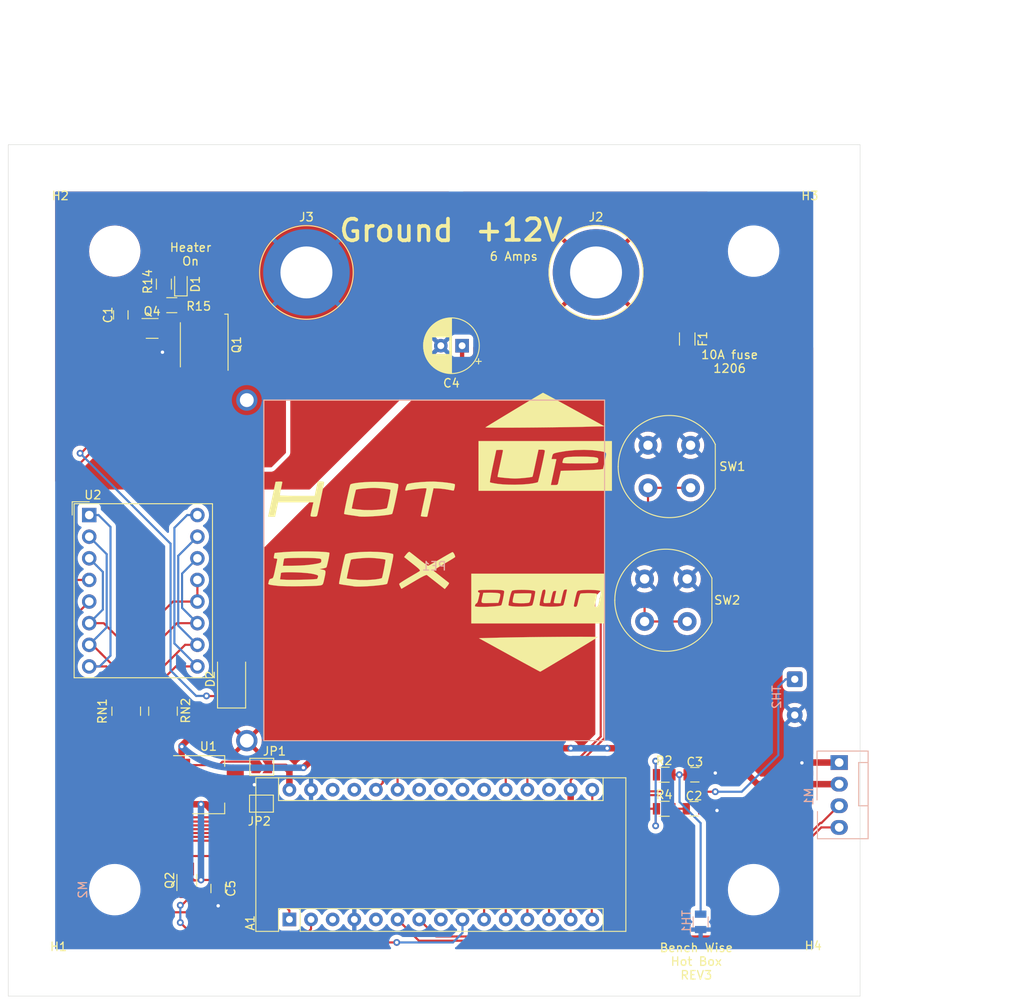
<source format=kicad_pcb>
(kicad_pcb (version 20211014) (generator pcbnew)
  (title_block (title "Hot Box") (date "2020-12-14") (rev "2") (company "Bench Wise"))
  (layers (0 "F.Cu" signal) (31 "B.Cu" signal) (34 "B.Paste" user) (35 "F.Paste" user) (36 "B.SilkS" user "B.Silkscreen") (37 "F.SilkS" user "F.Silkscreen") (38 "B.Mask" user) (39 "F.Mask" user) (44 "Edge.Cuts" user))
  (net 0 "")
  (net 1 "Net-(A1-Pad1)")
  (net 2 "Net-(A1-Pad2)")
  (net 5 "Net-(A1-Pad19)")
  (net 6 "Net-(A1-Pad20)")
  (net 9 "Net-(A1-Pad6)")
  (net 11 "Net-(A1-Pad7)")
  (net 15 "Net-(A1-Pad9)")
  (net 16 "Net-(A1-Pad25)")
  (net 17 "Net-(A1-Pad10)")
  (net 18 "Net-(A1-Pad26)")
  (net 19 "Net-(A1-Pad11)")
  (net 21 "Net-(A1-Pad12)")
  (net 23 "Net-(A1-Pad13)")
  (net 24 "Net-(A1-Pad14)")
  (net 25 "Net-(A1-Pad15)")
  (net 26 "Net-(A1-Pad16)")
  (net 27 "GND")
  (net 28 "Net-(PE1-Pad2)")
  (net 29 "Net-(Q1-Pad4)")
  (net 30 "+12V")
  (net 31 "Net-(Q2-Pad3)")
  (net 32 "/C")
  (net 33 "/E")
  (net 34 "/D")
  (net 35 "/G")
  (net 36 "/A")
  (net 37 "/F")
  (net 38 "/B")
  (net 39 "Net-(D1-Pad2)")
  (net 40 "+3V3")
  (net 41 "Net-(Q4-Pad2)")
  (net 42 "Net-(Q2-Pad6)")
  (net 45 "Net-(A1-Pad17)")
  (net 46 "Net-(A1-Pad30)")
  (net 47 "Net-(J1-Pad2)")
  (net 48 "/12V_Rect")
  (footprint "MountingHole:MountingHole_3.2mm_M3" (layer "F.Cu") (at 99.373 46.833)
    (fp_text reference "H2")
    (fp_text value "MountingHole" hide)
  )
  (footprint "MountingHole:MountingHole_3.2mm_M3" (layer "F.Cu") (at 194.373 46.833)
    (fp_text reference "H3")
    (fp_text value "MountingHole" hide)
  )
  (footprint "MountingHole:MountingHole_3.2mm_M3" (layer "F.Cu") (at 194.373 141.833)
    (fp_text reference "H4")
    (fp_text value "MountingHole" hide)
  )
  (footprint "MountingHole:MountingHole_3.2mm_M3" (layer "F.Cu") (at 99.373 141.833)
    (fp_text reference "H1")
    (fp_text value "MountingHole" hide)
  )
  (footprint "Module:Arduino_Nano" (layer "F.Cu") (at 129.873 135.333 90)
    (fp_text reference "A1")
    (fp_text value "Arduino_Nano_v3.x")
  )
  (footprint "Package_TO_SOT_SMD:TDSON-8-1" (layer "F.Cu") (at 119.873 67.833 -90)
    (fp_text reference "Q1")
    (fp_text value "BSC028N06LS3")
  )
  (footprint "Display_7Segment:DA04-11CGKWA" (layer "F.Cu") (at 106.373 87.833)
    (fp_text reference "U2")
    (fp_text value "LDD-A406NI" hide)
  )
  (footprint "Connector:Banana_Jack_1Pin" (layer "F.Cu") (at 165.873 59.333)
    (fp_text reference "J2")
    (fp_text value "Conn_01x01" hide)
  )
  (footprint "Connector:Banana_Jack_1Pin" (layer "F.Cu") (at 131.873 59.333)
    (fp_text reference "J3")
    (fp_text value "Conn_01x01" hide)
  )
  (footprint "Capacitor_THT:CP_Radial_D6.3mm_P2.50mm" (layer "F.Cu") (at 150.1495 67.9425 180)
    (fp_text reference "C4")
    (fp_text value "10uF")
  )
  (footprint "LED_SMD:LED_0603_1608Metric" (layer "F.Cu") (at 117.1365 60.6075 90)
    (fp_text reference "D1")
    (fp_text value "LED")
  )
  (footprint "AEvan:0805_C" (layer "F.Cu") (at 110.081 64.323 90)
    (fp_text reference "C1")
    (fp_text value "0.1uF")
  )
  (footprint "AEvan:0805_C" (layer "F.Cu") (at 177.373 122.333)
    (fp_text reference "C2")
    (fp_text value "0.1uF")
  )
  (footprint "AEvan:0805_C" (layer "F.Cu") (at 177.473 118.333)
    (fp_text reference "C3")
    (fp_text value "0.1uF")
  )
  (footprint "Package_TO_SOT_SMD:SOT-363_SC-70-6_Handsoldering" (layer "F.Cu") (at 113.7605 65.9105)
    (fp_text reference "Q4")
    (fp_text value "PUMD3,115")
  )
  (footprint "AEvan:0805_R" (layer "F.Cu") (at 173.873 118.333)
    (fp_text reference "R2")
    (fp_text value "10K")
  )
  (footprint "AEvan:0805_R" (layer "F.Cu") (at 173.873 122.333)
    (fp_text reference "R4")
    (fp_text value "10K")
  )
  (footprint "AEvan:0805_R" (layer "F.Cu") (at 115.1365 60.7075 -90)
    (fp_text reference "R14")
    (fp_text value "10k")
  )
  (footprint "AEvan:SW_D6" (layer "F.Cu") (at 174.473 82.133 180)
    (fp_text reference "SW1")
    (fp_text value "SW_Push_4PIN")
  )
  (footprint "AEvan:SW_D6" (layer "F.Cu") (at 174.073 97.833 180)
    (fp_text reference "SW2")
    (fp_text value "SW_Push_4PIN")
  )
  (footprint "AEvan:0805_R" (layer "F.Cu") (at 116.066 63.18 180)
    (fp_text reference "R15")
    (fp_text value "10k")
  )
  (footprint "Resistor_SMD:R_Array_Convex_4x0603" (layer "F.Cu") (at 110.716 110.8685 90)
    (fp_text reference "RN1")
    (fp_text value "510")
  )
  (footprint "Resistor_SMD:R_Array_Convex_4x0603" (layer "F.Cu") (at 115.034 110.8685 90)
    (fp_text reference "RN2")
    (fp_text value "510")
  )
  (footprint "AEvan:0805_C" (layer "F.Cu") (at 121.511 131.6965 -90)
    (fp_text reference "C5")
    (fp_text value "0.1uF")
  )
  (footprint "Package_TO_SOT_SMD:SOT-363_SC-70-6_Handsoldering" (layer "F.Cu") (at 117.828 130.744 90)
    (fp_text reference "Q2")
    (fp_text value "PUMB11,115" hide)
  )
  (footprint "Package_TO_SOT_SMD:SOT-223-3_TabPin2" (layer "F.Cu") (at 120.368 119.5045)
    (fp_text reference "U1")
    (fp_text value "UA78M33CDCYR" hide)
  )
  (footprint "Diode_SMD:D_SMA" (layer "F.Cu") (at 123.0858 107.0966 90)
    (fp_text reference "D2")
    (fp_text value "D")
  )
  (footprint "AEvan:HOTBOX" (layer "F.Cu") (at 138.275 90.231)
    (fp_text reference "G***" hide)
    (fp_text value "LOGO" hide)
  )
  (footprint "AEvan:DOWN" (layer "F.Cu") (at 159.103 100.645 180)
    (fp_text reference "G***" hide)
    (fp_text value "LOGO" hide)
  )
  (footprint "AEvan:UP" (layer "F.Cu") (at 159.865 79.055)
    (fp_text reference "G***" hide)
    (fp_text value "LOGO" hide)
  )
  (footprint "Jumper:SolderJumper-2_P1.3mm_Open_TrianglePad1.0x1.5mm" (layer "F.Cu") (at 126.628 117.409)
    (fp_text reference "JP1")
    (fp_text value "SolderJumper_2_Open" hide)
  )
  (footprint "Jumper:SolderJumper-2_P1.3mm_Open_TrianglePad1.0x1.5mm" (layer "F.Cu") (at 126.591 121.727)
    (fp_text reference "JP2")
    (fp_text value "SolderJumper_2_Open" hide)
  )
  (footprint "Resistor_SMD:R_1206_3216Metric" (layer "F.Cu") (at 176.5782 67.1571 -90)
    (fp_text reference "F1")
    (fp_text value "Fuse")
  )
  (footprint "Connector:FanPinHeader_1x04_P2.54mm_Vertical" (layer "B.Cu") (at 194.4164 116.901 -90)
    (fp_text reference "M1")
    (fp_text value "Fan_4pin")
  )
  (footprint "AEvan:LGA1155_FAN" (layer "B.Cu") (at 109.373 131.833 90)
    (fp_text reference "M2")
    (fp_text value "Fan")
  )
  (footprint "AEvan:Peltier_40x40" (layer "B.Cu") (at 146.873 94.333)
    (fp_text reference "PE1")
    (fp_text value "Peltier_Element")
  )
  (footprint "Connector_Wire:SolderWire-0.25sqmm_1x02_P4.2mm_D0.65mm_OD1.7mm" (layer "B.Cu") (at 189.202 107.122 -90)
    (fp_text reference "TH2")
    (fp_text value "Thermistor_NTC")
  )
  (footprint "AEvan:0805_R" (layer "B.Cu") (at 178.153 135.6175 -90)
    (fp_text reference "TH1")
    (fp_text value "Thermistor_NTC")
  )
  (gr_line (start 196.873 144.333) (end 196.873 44.333) (layer "Edge.Cuts") (width 0.05))
  (gr_line (start 196.873 144.333) (end 96.873 144.333) (layer "Edge.Cuts") (width 0.05))
  (gr_line (start 96.873 144.333) (end 96.873 44.333) (layer "Edge.Cuts") (width 0.05))
  (gr_line (start 96.873 44.333) (end 196.873 44.333) (layer "Edge.Cuts") (width 0.05))
  (gr_text "+12V" (at 156.8196 54.356) (layer "F.SilkS") (effects (font (size 2.54 2.54) (thickness 0.4318))))
  (gr_text "Heater\nOn" (at 118.2725 57.211) (layer "F.SilkS") (effects (font (size 1 1))))
  (gr_text "10A fuse\n1206" (at 181.5566 69.8094) (layer "F.SilkS") (effects (font (size 1 1))))
  (gr_text "Ground" (at 142.4432 54.4068) (layer "F.SilkS") (effects (font (size 2.54 2.54) (thickness 0.4318))))
  (gr_text "6 Amps" (at 156.21 57.4548) (layer "F.SilkS") (effects (font (size 1 1))))
  (gr_text "Bench Wise\nHot Box\nREV3" (at 177.645009 140.269011) (layer "F.SilkS") (effects (font (size 1 1))))
  (segment (start 129.873 134.283) (end 123.4765 127.8865) (width 0.25) (layer "F.Cu") (net 1))
  (segment (start 118.209 127.8865) (end 117.828 128.2675) (width 0.25) (layer "F.Cu") (net 1))
  (segment (start 117.828 128.2675) (end 117.828 129.414) (width 0.25) (layer "F.Cu") (net 1))
  (segment (start 129.873 135.333) (end 129.873 134.283) (width 0.25) (layer "F.Cu") (net 1))
  (segment (start 123.4765 127.8865) (end 118.209 127.8865) (width 0.25) (layer "F.Cu") (net 1))
  (segment (start 117.828 132.074) (end 117.828 133.074) (width 0.25) (layer "F.Cu") (net 2))
  (segment (start 117.237 133.665) (end 117.066 133.665) (width 0.25) (layer "F.Cu") (net 2))
  (segment (start 121.7015 137.221) (end 118.59 137.221) (width 0.25) (layer "F.Cu") (net 2))
  (segment (start 132.413 135.333) (end 132.413 136.46437) (width 0.25) (layer "F.Cu") (net 2))
  (segment (start 117.828 133.074) (end 117.237 133.665) (width 0.25) (layer "F.Cu") (net 2))
  (segment (start 118.59 137.221) (end 117.066 135.697) (width 0.25) (layer "F.Cu") (net 2))
  (segment (start 131.65637 137.221) (end 121.7015 137.221) (width 0.25) (layer "F.Cu") (net 2))
  (segment (start 132.413 136.46437) (end 131.65637 137.221) (width 0.25) (layer "F.Cu") (net 2))
  (via (at 117.066 133.665) (size 0.8) (drill 0.4) (layers "F.Cu" "B.Cu") (net 2))
  (via (at 117.066 135.697) (size 0.8) (drill 0.4) (layers "F.Cu" "B.Cu") (net 2))
  (segment (start 117.066 135.697) (end 117.066 133.665) (width 0.25) (layer "B.Cu") (net 2))
  (segment (start 157.813 120.093) (end 157.813 118.393) (width 0.25) (layer "F.Cu") (net 5))
  (segment (start 174.778 121.408) (end 174.778 122.333) (width 0.25) (layer "F.Cu") (net 5))
  (segment (start 166.50941 117.733) (end 169.50941 120.733) (width 0.25) (layer "F.Cu") (net 5))
  (segment (start 174.778 122.333) (end 176.468 122.333) (width 0.25) (layer "F.Cu") (net 5))
  (segment (start 178.218 120.333) (end 179.307311 120.333) (width 0.25) (layer "F.Cu") (net 5))
  (segment (start 157.813 118.393) (end 158.473 117.733) (width 0.25) (layer "F.Cu") (net 5))
  (segment (start 179.307311 120.333) (end 179.872996 120.333) (width 0.25) (layer "F.Cu") (net 5))
  (segment (start 158.473 117.733) (end 166.50941 117.733) (width 0.25) (layer "F.Cu") (net 5))
  (segment (start 176.468 122.333) (end 176.468 122.083) (width 0.25) (layer "F.Cu") (net 5))
  (segment (start 174.103 120.733) (end 174.778 121.408) (width 0.25) (layer "F.Cu") (net 5))
  (segment (start 176.468 122.083) (end 178.218 120.333) (width 0.25) (layer "F.Cu") (net 5))
  (segment (start 169.50941 120.733) (end 174.103 120.733) (width 0.25) (layer "F.Cu") (net 5))
  (via (at 179.872996 120.333) (size 0.8) (drill 0.4) (layers "F.Cu" "B.Cu") (net 5))
  (segment (start 187.273 107.987) (end 188.138 107.122) (width 0.25) (layer "B.Cu") (net 5))
  (segment (start 187.273 116.036) (end 187.273 108.433) (width 0.25) (layer "B.Cu") (net 5))
  (segment (start 188.138 107.122) (end 189.202 107.122) (width 0.25) (layer "B.Cu") (net 5))
  (segment (start 182.976 120.333) (end 187.273 116.036) (width 0.25) (layer "B.Cu") (net 5))
  (segment (start 187.273 108.433) (end 187.273 107.987) (width 0.25) (layer "B.Cu") (net 5))
  (segment (start 179.872996 120.333) (end 182.976 120.333) (width 0.25) (layer "B.Cu") (net 5))
  (segment (start 169.69581 120.28299) (end 166.69581 117.28299) (width 0.25) (layer "F.Cu") (net 6))
  (segment (start 173.75301 120.28299) (end 169.69581 120.28299) (width 0.25) (layer "F.Cu") (net 6))
  (segment (start 155.273 118.333) (end 155.273 120.093) (width 0.25) (layer "F.Cu") (net 6))
  (segment (start 174.778 118.333) (end 174.778 119.258) (width 0.25) (layer "F.Cu") (net 6))
  (segment (start 156.32301 117.28299) (end 155.273 118.333) (width 0.25) (layer "F.Cu") (net 6))
  (segment (start 166.69581 117.28299) (end 156.32301 117.28299) (width 0.25) (layer "F.Cu") (net 6))
  (segment (start 174.778 119.258) (end 173.75301 120.28299) (width 0.25) (layer "F.Cu") (net 6))
  (segment (start 175.648 118.333) (end 176.568 118.333) (width 0.25) (layer "F.Cu") (net 6))
  (segment (start 174.778 118.333) (end 175.648 118.333) (width 0.25) (layer "F.Cu") (net 6))
  (via (at 175.648 118.333) (size 0.8) (drill 0.4) (layers "F.Cu" "B.Cu") (net 6))
  (segment (start 178.153 124.013) (end 175.6765 121.5365) (width 0.25) (layer "B.Cu") (net 6))
  (segment (start 175.6765 121.5365) (end 175.6765 118.3615) (width 0.25) (layer "B.Cu") (net 6))
  (segment (start 178.153 134.7125) (end 178.153 124.013) (width 0.25) (layer "B.Cu") (net 6))
  (segment (start 175.6765 118.3615) (end 175.648 118.333) (width 0.25) (layer "B.Cu") (net 6))
  (segment (start 142.573 135.333) (end 145.073 137.833) (width 0.25) (layer "F.Cu") (net 9))
  (segment (start 189.987 137.833) (end 190.853 136.967) (width 0.25) (layer "F.Cu") (net 9))
  (segment (start 194.4164 124.521) (end 192.3186 124.521) (width 0.25) (layer "F.Cu") (net 9))
  (segment (start 190.853 136.967) (end 190.853 126.021) (width 0.25) (layer "F.Cu") (net 9))
  (segment (start 145.073 137.833) (end 189.987 137.833) (width 0.25) (layer "F.Cu") (net 9))
  (segment (start 192.3186 124.521) (end 190.8358 126.0038) (width 0.25) (layer "F.Cu") (net 9))
  (segment (start 190.853 126.021) (end 190.8358 126.0038) (width 0.25) (layer "F.Cu") (net 9))
  (segment (start 190.345 136.459) (end 190.345 125.858882) (width 0.25) (layer "F.Cu") (net 11))
  (segment (start 190.345 125.858882) (end 192.201082 124.0028) (width 0.25) (layer "F.Cu") (net 11))
  (segment (start 194.3506 121.981) (end 194.4164 121.981) (width 0.25) (layer "F.Cu") (net 11))
  (segment (start 147.113 137.333) (end 177.787 137.333) (width 0.25) (layer "F.Cu") (net 11))
  (segment (start 177.787 137.333) (end 178.01241 137.333) (width 0.25) (layer "F.Cu") (net 11))
  (segment (start 189.583 137.221) (end 190.345 136.459) (width 0.25) (layer "F.Cu") (net 11))
  (segment (start 192.201082 124.0028) (end 192.3288 124.0028) (width 0.25) (layer "F.Cu") (net 11))
  (segment (start 192.3288 124.0028) (end 194.3506 121.981) (width 0.25) (layer "F.Cu") (net 11))
  (segment (start 177.787 137.333) (end 187.155 137.333) (width 0.25) (layer "F.Cu") (net 11))
  (segment (start 145.113 135.333) (end 147.113 137.333) (width 0.25) (layer "F.Cu") (net 11))
  (segment (start 187.155 137.333) (end 187.267 137.221) (width 0.25) (layer "F.Cu") (net 11))
  (segment (start 187.267 137.221) (end 189.583 137.221) (width 0.25) (layer "F.Cu") (net 11))
  (segment (start 115.0905 65.9105) (end 116.0905 65.9105) (width 0.25) (layer "F.Cu") (net 15))
  (segment (start 113.9444 73.1012) (end 104.002078 83.043522) (width 0.25) (layer "F.Cu") (net 15))
  (segment (start 102.673 135.133) (end 105.573 138.033) (width 0.25) (layer "F.Cu") (net 15))
  (segment (start 102.673 86.2522) (end 102.673 135.133) (width 0.25) (layer "F.Cu") (net 15))
  (segment (start 116.0905 65.9105) (end 116.2405 66.0605) (width 0.25) (layer "F.Cu") (net 15))
  (segment (start 105.573 138.033) (end 142.473 138.033) (width 0.25) (layer "F.Cu") (net 15))
  (segment (start 116.2405 66.0605) (end 116.2405 67.557925) (width 0.25) (layer "F.Cu") (net 15))
  (via (at 142.473 138.033) (size 0.8) (drill 0.4) (layers "F.Cu" "B.Cu") (net 15))
  (arc (start 104.002078 83.043522) (mid 103.018416 84.515676) (end 102.673 86.2522) (width 0.25) (layer "F.Cu") (net 15))
  (arc (start 116.2405 67.557925) (mid 115.643763 70.557923) (end 113.9444 73.1012) (width 0.25) (layer "F.Cu") (net 15))
  (segment (start 149.073 138.033) (end 150.193 136.913) (width 0.25) (layer "B.Cu") (net 15))
  (segment (start 142.473 138.033) (end 149.073 138.033) (width 0.25) (layer "B.Cu") (net 15))
  (segment (start 150.193 136.913) (end 150.193 135.333) (width 0.25) (layer "B.Cu") (net 15))
  (segment (start 166.873 114.033) (end 164.07302 116.83298) (width 0.25) (layer "F.Cu") (net 16))
  (segment (start 171.573 98.383) (end 169.773 96.583) (width 0.25) (layer "F.Cu") (net 16))
  (segment (start 166.873 97.833) (end 166.873 114.033) (width 0.25) (layer "F.Cu") (net 16))
  (segment (start 171.573 100.333) (end 171.573 98.383) (width 0.25) (layer "F.Cu") (net 16))
  (segment (start 169.773 96.583) (end 168.123 96.583) (width 0.25) (layer "F.Cu") (net 16))
  (segment (start 142.573 118.033) (end 142.573 120.093) (width 0.25) (layer "F.Cu") (net 16))
  (segment (start 171.573 100.333) (end 176.573 100.333) (width 0.25) (layer "F.Cu") (net 16))
  (segment (start 164.07302 116.83298) (end 143.77302 116.83298) (width 0.25) (layer "F.Cu") (net 16))
  (segment (start 143.77302 116.83298) (end 142.573 118.033) (width 0.25) (layer "F.Cu") (net 16))
  (segment (start 168.123 96.583) (end 166.873 97.833) (width 0.25) (layer "F.Cu") (net 16))
  (segment (start 152.123055 126.083055) (end 113.623055 126.083055) (width 0.25) (layer "F.Cu") (net 17))
  (segment (start 109.86599 112.76849) (end 109.86599 122.32599) (width 0.25) (layer "F.Cu") (net 17))
  (segment (start 109.86599 122.32599) (end 110.08675 122.54675) (width 0.25) (layer "F.Cu") (net 17))
  (segment (start 152.733 135.333) (end 152.733 126.693) (width 0.25) (layer "F.Cu") (net 17))
  (segment (start 109.516 112.4185) (end 109.86599 112.76849) (width 0.25) (layer "F.Cu") (net 17))
  (segment (start 152.733 126.693) (end 152.123055 126.083055) (width 0.25) (layer "F.Cu") (net 17))
  (segment (start 109.516 111.7685) (end 109.516 112.4185) (width 0.25) (layer "F.Cu") (net 17))
  (segment (start 113.623055 126.083055) (end 110.08675 122.54675) (width 0.25) (layer "F.Cu") (net 17))
  (segment (start 140.832999 119.293001) (end 140.832999 119.136591) (width 0.25) (layer "F.Cu") (net 18))
  (segment (start 167.973 93.033) (end 167.854795 93.151205) (width 0.25) (layer "F.Cu") (net 18))
  (segment (start 166.422991 97.646599) (end 167.854795 96.214795) (width 0.25) (layer "F.Cu") (net 18))
  (segment (start 143.63659 116.333) (end 163.93659 116.333) (width 0.25) (layer "F.Cu") (net 18))
  (segment (start 167.854795 93.151205) (end 167.854795 96.214795) (width 0.25) (layer "F.Cu") (net 18))
  (segment (start 140.033 120.093) (end 140.832999 119.293001) (width 0.25) (layer "F.Cu") (net 18))
  (segment (start 171.973 84.633) (end 171.973 88.433) (width 0.25) (layer "F.Cu") (net 18))
  (segment (start 167.973 92.433) (end 167.973 93.033) (width 0.25) (layer "F.Cu") (net 18))
  (segment (start 171.973 84.633) (end 176.973 84.633) (width 0.25) (layer "F.Cu") (net 18))
  (segment (start 163.93659 116.333) (end 166.42299 113.8466) (width 0.25) (layer "F.Cu") (net 18))
  (segment (start 140.832999 119.136591) (end 143.63659 116.333) (width 0.25) (layer "F.Cu") (net 18))
  (segment (start 171.973 88.433) (end 167.973 92.433) (width 0.25) (layer "F.Cu") (net 18))
  (segment (start 166.42299 113.8466) (end 166.422991 97.646599) (width 0.25) (layer "F.Cu") (net 18))
  (segment (start 114.173044 125.633044) (end 110.6185 122.0785) (width 0.25) (layer "F.Cu") (net 19))
  (segment (start 110.316 111.7685) (end 110.316 121.776) (width 0.25) (layer "F.Cu") (net 19))
  (segment (start 155.273 126.233) (end 154.673044 125.633044) (width 0.25) (layer "F.Cu") (net 19))
  (segment (start 154.673044 125.633044) (end 114.173044 125.633044) (width 0.25) (layer "F.Cu") (net 19))
  (segment (start 155.273 135.333) (end 155.273 126.233) (width 0.25) (layer "F.Cu") (net 19))
  (segment (start 110.316 121.776) (end 110.6185 122.0785) (width 0.25) (layer "F.Cu") (net 19))
  (segment (start 157.813 125.773) (end 157.223033 125.183033) (width 0.25) (layer "F.Cu") (net 21))
  (segment (start 111.116 111.7685) (end 111.116 121.93959) (width 0.25) (layer "F.Cu") (net 21))
  (segment (start 157.813 135.333) (end 157.813 125.773) (width 0.25) (layer "F.Cu") (net 21))
  (segment (start 114.359443 125.183033) (end 111.317705 122.141295) (width 0.25) (layer "F.Cu") (net 21))
  (segment (start 157.223033 125.183033) (end 114.359443 125.183033) (width 0.25) (layer "F.Cu") (net 21))
  (segment (start 111.116 121.93959) (end 111.317705 122.141295) (width 0.25) (layer "F.Cu") (net 21))
  (segment (start 114.545842 124.733022) (end 111.873 122.06018) (width 0.25) (layer "F.Cu") (net 23))
  (segment (start 111.873 112.413) (end 111.873 111.738) (width 0.25) (layer "F.Cu") (net 23))
  (segment (start 160.353 125.813) (end 159.273022 124.733022) (width 0.25) (layer "F.Cu") (net 23))
  (segment (start 111.873 122.06018) (end 111.873 112.413) (width 0.25) (layer "F.Cu") (net 23))
  (segment (start 159.273022 124.733022) (end 114.545842 124.733022) (width 0.25) (layer "F.Cu") (net 23))
  (segment (start 160.353 135.333) (end 160.353 125.813) (width 0.25) (layer "F.Cu") (net 23))
  (segment (start 113.873 111.738) (end 113.873 123.333) (width 0.25) (layer "F.Cu") (net 24))
  (segment (start 162.893 124.853) (end 162.893 135.333) (width 0.25) (layer "F.Cu") (net 24))
  (segment (start 114.823011 124.283011) (end 162.323011 124.283011) (width 0.25) (layer "F.Cu") (net 24))
  (segment (start 113.873 123.333) (end 114.823011 124.283011) (width 0.25) (layer "F.Cu") (net 24))
  (segment (start 162.323011 124.283011) (end 162.893 124.853) (width 0.25) (layer "F.Cu") (net 24))
  (segment (start 164.373 123.833) (end 165.373 124.833) (width 0.25) (layer "F.Cu") (net 25))
  (segment (start 115.2985 123.833) (end 116.373 123.833) (width 0.25) (layer "F.Cu") (net 25))
  (segment (start 165.373 124.833) (end 165.373 135.273) (width 0.25) (layer "F.Cu") (net 25))
  (segment (start 114.634 123.1685) (end 115.2985 123.833) (width 0.25) (layer "F.Cu") (net 25))
  (segment (start 114.634 111.7685) (end 114.634 123.1685) (width 0.25) (layer "F.Cu") (net 25))
  (segment (start 165.373 135.273) (end 165.433 135.333) (width 0.25) (layer "F.Cu") (net 25))
  (segment (start 116.373 123.833) (end 164.373 123.833) (width 0.25) (layer "F.Cu") (net 25))
  (segment (start 164.373 123.333) (end 165.433 122.273) (width 0.25) (layer "F.Cu") (net 26))
  (segment (start 165.433 122.273) (end 165.433 120.093) (width 0.25) (layer "F.Cu") (net 26))
  (segment (start 115.434 122.889) (end 115.878 123.333) (width 0.25) (layer "F.Cu") (net 26))
  (segment (start 118.545 123.333) (end 124.873 123.333) (width 0.25) (layer "F.Cu") (net 26))
  (segment (start 124.873 123.333) (end 124.373 123.333) (width 0.25) (layer "F.Cu") (net 26))
  (segment (start 115.434 111.7685) (end 115.434 122.889) (width 0.25) (layer "F.Cu") (net 26))
  (segment (start 124.873 123.333) (end 164.373 123.333) (width 0.25) (layer "F.Cu") (net 26))
  (segment (start 115.878 123.333) (end 118.545 123.333) (width 0.25) (layer "F.Cu") (net 26))
  (segment (start 178.378 118.333) (end 178.578 118.133) (width 0.25) (layer "F.Cu") (net 27))
  (segment (start 190.0834 116.901) (end 190.0428 116.9416) (width 0.762) (layer "F.Cu") (net 27))
  (segment (start 115.0905 67.0105) (end 114.907 67.194) (width 0.25) (layer "F.Cu") (net 27))
  (segment (start 178.278 122.333) (end 178.478 122.533) (width 0.25) (layer "F.Cu") (net 27))
  (segment (start 178.478 122.533) (end 180.073 122.533) (width 0.25) (layer "F.Cu") (net 27))
  (segment (start 115.0905 66.5605) (end 115.0905 67.0105) (width 0.25) (layer "F.Cu") (net 27))
  (segment (start 114.907 68.641) (end 114.9705 68.7045) (width 0.25) (layer "F.Cu") (net 27))
  (segment (start 123.518 119.5045) (end 117.218 119.5045) (width 0.508) (layer "F.Cu") (net 27))
  (segment (start 121.511 132.6015) (end 121.511 133.2765) (width 0.25) (layer "F.Cu") (net 27))
  (segment (start 123.518 119.5045) (end 124.768 119.5045) (width 0.508) (layer "F.Cu") (net 27))
  (segment (start 194.4164 116.901) (end 190.0834 116.901) (width 0.762) (layer "F.Cu") (net 27))
  (segment (start 121.511 133.2765) (end 121.511 133.7285) (width 0.25) (layer "F.Cu") (net 27))
  (segment (start 179.872978 118.133) (end 179.873 118.133022) (width 0.25) (layer "F.Cu") (net 27))
  (segment (start 124.768 119.5045) (end 125.7655 119.5045) (width 0.508) (layer "F.Cu") (net 27))
  (segment (start 178.578 118.133) (end 179.872978 118.133) (width 0.25) (layer "F.Cu") (net 27))
  (segment (start 114.907 67.194) (end 114.907 68.641) (width 0.25) (layer "F.Cu") (net 27))
  (via (at 114.9705 68.7045) (size 0.8) (drill 0.4) (layers "F.Cu" "B.Cu") (net 27))
  (via (at 121.511 133.7285) (size 0.8) (drill 0.4) (layers "F.Cu" "B.Cu") (net 27))
  (via (at 125.7655 119.5045) (size 0.8) (drill 0.4) (layers "F.Cu" "B.Cu") (net 27))
  (via (at 180.073 122.533) (size 0.8) (drill 0.4) (layers "F.Cu" "B.Cu") (net 27))
  (via (at 190.0428 116.9416) (size 0.8) (drill 0.4) (layers "F.Cu" "B.Cu") (net 27))
  (via (at 179.873 118.133022) (size 0.8) (drill 0.4) (layers "F.Cu" "B.Cu") (net 27))
  (segment (start 115.0905 65.2605) (end 115.0905 63.2505) (width 0.25) (layer "F.Cu") (net 29))
  (segment (start 115.1365 61.6125) (end 115.1365 63.1555) (width 0.25) (layer "F.Cu") (net 29))
  (segment (start 116.56 65.083) (end 117.963 65.083) (width 0.25) (layer "F.Cu") (net 29))
  (segment (start 115.1365 63.1555) (end 115.161 63.18) (width 0.25) (layer "F.Cu") (net 29))
  (segment (start 115.0905 65.2605) (end 116.3825 65.2605) (width 0.25) (layer "F.Cu") (net 29))
  (segment (start 116.3825 65.2605) (end 116.56 65.083) (width 0.25) (layer "F.Cu") (net 29))
  (segment (start 115.0905 63.2505) (end 115.161 63.18) (width 0.25) (layer "F.Cu") (net 29))
  (segment (start 115.073 65.243) (end 115.0905 65.2605) (width 0.25) (layer "F.Cu") (net 29))
  (segment (start 104.753 95.453) (end 106.373 95.453) (width 0.25) (layer "F.Cu") (net 31))
  (segment (start 115.8595 134.4905) (end 115.3515 133.9825) (width 0.25) (layer "F.Cu") (net 31))
  (segment (start 118.082 134.4905) (end 115.8595 134.4905) (width 0.25) (layer "F.Cu") (net 31))
  (segment (start 118.478 134.0945) (end 118.082 134.4905) (width 0.25) (layer "F.Cu") (net 31))
  (segment (start 103.873 118.1225) (end 103.873 96.333) (width 0.25) (layer "F.Cu") (net 31))
  (segment (start 115.3515 129.601) (end 103.873 118.1225) (width 0.25) (layer "F.Cu") (net 31))
  (segment (start 115.3515 133.9825) (end 115.3515 129.601) (width 0.25) (layer "F.Cu") (net 31))
  (segment (start 118.478 132.074) (end 118.478 134.0945) (width 0.25) (layer "F.Cu") (net 31))
  (segment (start 103.873 96.333) (end 104.753 95.453) (width 0.25) (layer "F.Cu") (net 31))
  (segment (start 109.516 106.7475) (end 108.3815 105.613) (width 0.25) (layer "F.Cu") (net 32))
  (segment (start 108.3815 105.613) (end 106.373 105.613) (width 0.25) (layer "F.Cu") (net 32))
  (segment (start 109.516 109.9685) (end 109.516 106.7475) (width 0.25) (layer "F.Cu") (net 32))
  (segment (start 108.873 104.333) (end 108.873 89.233) (width 0.25) (layer "B.Cu") (net 32))
  (segment (start 106.373 105.613) (end 107.593 105.613) (width 0.25) (layer "B.Cu") (net 32))
  (segment (start 108.873 89.233) (end 107.473 87.833) (width 0.25) (layer "B.Cu") (net 32))
  (segment (start 107.473 87.833) (end 106.373 87.833) (width 0.25) (layer "B.Cu") (net 32))
  (segment (start 107.593 105.613) (end 108.873 104.333) (width 0.25) (layer "B.Cu") (net 32))
  (segment (start 106.743 103.073) (end 106.373 103.073) (width 0.25) (layer "F.Cu") (net 33))
  (segment (start 110.316 109.9685) (end 110.316 106.646) (width 0.25) (layer "F.Cu") (net 33))
  (segment (start 110.316 106.646) (end 107.6425 103.9725) (width 0.25) (layer "F.Cu") (net 33))
  (segment (start 107.6425 103.9725) (end 106.743 103.073) (width 0.25) (layer "F.Cu") (net 33))
  (segment (start 107.873 104.203) (end 107.6425 103.9725) (width 0.25) (layer "F.Cu") (net 33))
  (segment (start 107.222999 102.223001) (end 106.373 103.073) (width 0.25) (layer "B.Cu") (net 33))
  (segment (start 108.422989 101.023011) (end 107.222999 102.223001) (width 0.25) (layer "B.Cu") (net 33))
  (segment (start 108.422989 92.422989) (end 108.422989 101.023011) (width 0.25) (layer "B.Cu") (net 33))
  (segment (start 106.373 90.373) (end 108.422989 92.422989) (width 0.25) (layer "B.Cu") (net 33))
  (segment (start 109.873 102.333) (end 109.79975 102.25975) (width 0.25) (layer "F.Cu") (net 34))
  (segment (start 108.073 100.533) (end 106.373 100.533) (width 0.25) (layer "F.Cu") (net 34))
  (segment (start 111.116 109.9685) (end 111.116 103.576) (width 0.25) (layer "F.Cu") (net 34))
  (segment (start 111.116 103.576) (end 109.79975 102.25975) (width 0.25) (layer "F.Cu") (net 34))
  (segment (start 109.79975 102.25975) (end 108.073 100.533) (width 0.25) (layer "F.Cu") (net 34))
  (segment (start 106.373 100.533) (end 107.972978 98.933022) (width 0.25) (layer "B.Cu") (net 34))
  (segment (start 107.972978 94.512978) (end 107.222999 93.762999) (width 0.25) (layer "B.Cu") (net 34))
  (segment (start 107.972978 98.933022) (end 107.972978 94.512978) (width 0.25) (layer "B.Cu") (net 34))
  (segment (start 107.222999 93.762999) (end 106.373 92.913) (width 0.25) (layer "B.Cu") (net 34))
  (segment (start 115.434 109.9685) (end 115.434 106.722) (width 0.25) (layer "F.Cu") (net 35))
  (segment (start 115.434 106.722) (end 116.543 105.613) (width 0.25) (layer "F.Cu") (net 35))
  (segment (start 116.543 105.613) (end 119.073 105.613) (width 0.25) (layer "F.Cu") (net 35))
  (segment (start 116.373 102.913) (end 116.373 89.330919) (width 0.25) (layer "B.Cu") (net 35))
  (segment (start 117.870919 87.833) (end 119.073 87.833) (width 0.25) (layer "B.Cu") (net 35))
  (segment (start 119.073 105.613) (end 116.373 102.913) (width 0.25) (layer "B.Cu") (net 35))
  (segment (start 116.373 89.330919) (end 117.870919 87.833) (width 0.25) (layer "B.Cu") (net 35))
  (segment (start 114.634 109.9685) (end 114.634 106.072) (width 0.25) (layer "F.Cu") (net 36))
  (segment (start 114.634 106.072) (end 115.99175 104.71425) (width 0.25) (layer "F.Cu") (net 36))
  (segment (start 115.873 104.833) (end 115.99175 104.71425) (width 0.25) (layer "F.Cu") (net 36))
  (segment (start 115.99175 104.71425) (end 117.633 103.073) (width 0.25) (layer "F.Cu") (net 36))
  (segment (start 117.633 103.073) (end 119.073 103.073) (width 0.25) (layer "F.Cu") (net 36))
  (segment (start 119.073 103.073) (end 116.823011 100.823011) (width 0.25) (layer "B.Cu") (net 36))
  (segment (start 116.823011 100.823011) (end 116.823011 92.622989) (width 0.25) (layer "B.Cu") (net 36))
  (segment (start 116.823011 92.622989) (end 118.223001 91.222999) (width 0.25) (layer "B.Cu") (net 36))
  (segment (start 118.223001 91.222999) (end 119.073 90.373) (width 0.25) (layer "B.Cu") (net 36))
  (segment (start 119.073 100.533) (end 116.673 100.533) (width 0.25) (layer "F.Cu") (net 37))
  (segment (start 116.673 100.533) (end 113.873 103.333) (width 0.25) (layer "F.Cu") (net 37))
  (segment (start 113.873 103.333) (end 113.873 109.928) (width 0.25) (layer "F.Cu") (net 37))
  (segment (start 119.073 92.913) (end 117.273022 94.712978) (width 0.25) (layer "B.Cu") (net 37))
  (segment (start 118.223001 99.683001) (end 119.073 100.533) (width 0.25) (layer "B.Cu") (net 37))
  (segment (start 117.273022 98.733022) (end 118.223001 99.683001) (width 0.25) (layer "B.Cu") (net 37))
  (segment (start 117.273022 94.712978) (end 117.273022 98.733022) (width 0.25) (layer "B.Cu") (net 37))
  (segment (start 116.213 97.993) (end 119.073 97.993) (width 0.25) (layer "F.Cu") (net 38))
  (segment (start 111.873 109.928) (end 111.873 102.333) (width 0.25) (layer "F.Cu") (net 38))
  (segment (start 119.073 95.453) (end 119.073 96.655081) (width 0.25) (layer "F.Cu") (net 38))
  (segment (start 111.873 102.333) (end 116.213 97.993) (width 0.25) (layer "F.Cu") (net 38))
  (segment (start 119.073 96.655081) (end 119.073 97.993) (width 0.25) (layer "F.Cu") (net 38))
  (segment (start 115.1365 59.8025) (end 117.119 59.8025) (width 0.25) (layer "F.Cu") (net 39))
  (segment (start 117.218 121.8045) (end 119.493 121.8045) (width 0.762) (layer "F.Cu") (net 40))
  (segment (start 117.178 131.074) (end 117.508 130.744) (width 0.25) (layer "F.Cu") (net 40))
  (segment (start 119.493 130.6945) (end 121.414 130.6945) (width 0.25) (layer "F.Cu") (net 40))
  (segment (start 121.414 130.6945) (end 121.511 130.7915) (width 0.25) (layer "F.Cu") (net 40))
  (segment (start 117.508 130.744) (end 118.717 130.744) (width 0.25) (layer "F.Cu") (net 40))
  (segment (start 119.5585 130.728) (end 119.5425 130.744) (width 0.25) (layer "F.Cu") (net 40))
  (segment (start 117.178 132.074) (end 117.178 131.074) (width 0.25) (layer "F.Cu") (net 40))
  (segment (start 125.29529 122.29771) (end 120.55771 122.29771) (width 0.762) (layer "F.Cu") (net 40))
  (segment (start 118.717 130.744) (end 119.5425 130.744) (width 0.25) (layer "F.Cu") (net 40))
  (segment (start 118.478 129.414) (end 118.478 130.505) (width 0.25) (layer "F.Cu") (net 40))
  (segment (start 120.0645 121.8045) (end 119.493 121.8045) (width 0.762) (layer "F.Cu") (net 40))
  (segment (start 120.55771 122.29771) (end 120.0645 121.8045) (width 0.762) (layer "F.Cu") (net 40))
  (segment (start 118.478 130.505) (end 118.717 130.744) (width 0.25) (layer "F.Cu") (net 40))
  (segment (start 125.866 121.727) (end 125.29529 122.29771) (width 0.25) (layer "F.Cu") (net 40))
  (via (at 119.493 130.6945) (size 0.8) (drill 0.4) (layers "F.Cu" "B.Cu") (net 40))
  (via (at 119.493 121.8045) (size 0.8) (drill 0.4) (layers "F.Cu" "B.Cu") (net 40))
  (segment (start 119.493 121.8045) (end 119.493 130.6945) (width 0.762) (layer "B.Cu") (net 40))
  (segment (start 112.4305 65.9105) (end 112.4305 66.5605) (width 0.25) (layer "F.Cu") (net 41))
  (segment (start 117.178 129.414) (end 117.178 127.681) (width 0.25) (layer "F.Cu") (net 42))
  (segment (start 104.373 117.833) (end 104.373 99.993) (width 0.25) (layer "F.Cu") (net 42))
  (segment (start 117.178 127.681) (end 116.5125 127.0155) (width 0.25) (layer "F.Cu") (net 42))
  (segment (start 104.373 99.993) (end 106.373 97.993) (width 0.25) (layer "F.Cu") (net 42))
  (segment (start 113.5555 127.0155) (end 104.373 117.833) (width 0.25) (layer "F.Cu") (net 42))
  (segment (start 116.5125 127.0155) (end 113.5555 127.0155) (width 0.25) (layer "F.Cu") (net 42))
  (segment (start 172.873 122.428) (end 172.873 124.333) (width 0.25) (layer "F.Cu") (net 45))
  (segment (start 172.873 118.238) (end 172.873 116.733) (width 0.25) (layer "F.Cu") (net 45))
  (segment (start 166.473 118.333) (end 170.473 122.333) (width 0.25) (layer "F.Cu") (net 45))
  (segment (start 170.473 122.333) (end 172.968 122.333) (width 0.25) (layer "F.Cu") (net 45))
  (segment (start 162.893 122.001) (end 162.659 122.235) (width 0.762) (layer "F.Cu") (net 45))
  (segment (start 127.44701 121.85801) (end 127.44701 121.727) (width 0.762) (layer "F.Cu") (net 45))
  (segment (start 162.893 120.093) (end 162.893 118.96163) (width 0.25) (layer "F.Cu") (net 45))
  (segment (start 162.893 120.093) (end 162.893 122.001) (width 0.762) (layer "F.Cu") (net 45))
  (segment (start 172.968 122.333) (end 172.873 122.428) (width 0.25) (layer "F.Cu") (net 45))
  (segment (start 127.824 122.235) (end 127.44701 121.85801) (width 0.762) (layer "F.Cu") (net 45))
  (segment (start 163.52163 118.333) (end 166.473 118.333) (width 0.25) (layer "F.Cu") (net 45))
  (segment (start 162.893 118.96163) (end 163.52163 118.333) (width 0.25) (layer "F.Cu") (net 45))
  (segment (start 172.968 118.333) (end 172.873 118.238) (width 0.25) (layer "F.Cu") (net 45))
  (segment (start 162.659 122.235) (end 127.824 122.235) (width 0.762) (layer "F.Cu") (net 45))
  (via (at 172.873 124.333) (size 0.8) (drill 0.4) (layers "F.Cu" "B.Cu") (net 45))
  (via (at 172.873 116.733) (size 0.8) (drill 0.4) (layers "F.Cu" "B.Cu") (net 45))
  (segment (start 172.873 124.333) (end 172.873 116.733) (width 0.25) (layer "B.Cu") (net 45))
  (segment (start 129.873 120.093) (end 129.873 117.897) (width 0.762) (layer "F.Cu") (net 46))
  (segment (start 129.385 117.409) (end 127.48401 117.409) (width 0.762) (layer "F.Cu") (net 46))
  (segment (start 129.873 117.897) (end 129.385 117.409) (width 0.762) (layer "F.Cu") (net 46))
  (segment (start 105.3566 80.6298) (end 105.304101 80.577301) (width 0.25) (layer "F.Cu") (net 48))
  (segment (start 162.913 115.2246) (end 137.037492 115.2246) (width 0.762) (layer "F.Cu") (net 48))
  (segment (start 123.0858 109.0966) (end 123.067 109.0966) (width 0.762) (layer "F.Cu") (net 48))
  (segment (start 120.1394 109.0778) (end 120.1582 109.0966) (width 0.25) (layer "F.Cu") (net 48))
  (segment (start 123.067 109.0966) (end 117.218 114.9456) (width 0.762) (layer "F.Cu") (net 48))
  (segment (start 110.081 65.228) (end 112.352039 65.228) (width 0.25) (layer "F.Cu") (net 48))
  (segment (start 117.218 117.2045) (end 117.218 115.225) (width 0.508) (layer "F.Cu") (net 48))
  (segment (start 110.081 65.228) (end 110.081 69.22409) (width 0.25) (layer "F.Cu") (net 48))
  (segment (start 125.903 117.409) (end 125.903 117.3814) (width 0.25) (layer "F.Cu") (net 48))
  (segment (start 125.903 117.3814) (end 125.321 116.7994) (width 0.25) (layer "F.Cu") (net 48))
  (segment (start 125.321 116.7994) (end 122.019 116.7994) (width 0.25) (layer "F.Cu") (net 48))
  (segment (start 120.1582 109.0966) (end 123.0858 109.0966) (width 0.25) (layer "F.Cu") (net 48))
  (segment (start 121.6139 117.2045) (end 117.218 117.2045) (width 0.25) (layer "F.Cu") (net 48))
  (segment (start 122.019 116.7994) (end 121.6139 117.2045) (width 0.25) (layer "F.Cu") (net 48))
  (segment (start 109.664 65.244) (end 109.6325 65.2755) (width 0.25) (layer "F.Cu") (net 48))
  (segment (start 184.8078 119.441) (end 180.5914 115.2246) (width 0.762) (layer "F.Cu") (net 48))
  (segment (start 180.5914 115.2246) (end 167.1802 115.2246) (width 0.762) (layer "F.Cu") (net 48))
  (segment (start 194.4164 119.441) (end 184.8078 119.441) (width 0.762) (layer "F.Cu") (net 48))
  (segment (start 117.218 114.9456) (end 117.218 117.2045) (width 0.762) (layer "F.Cu") (net 48))
  (via (at 120.1394 109.0778) (size 0.8) (drill 0.4) (layers "F.Cu" "B.Cu") (net 48))
  (via (at 162.913 115.2246) (size 0.8) (drill 0.4) (layers "F.Cu" "B.Cu") (net 48))
  (via (at 167.1802 115.2246) (size 0.8) (drill 0.4) (layers "F.Cu" "B.Cu") (net 48))
  (via (at 117.2438 115.0214) (size 0.8) (drill 0.4) (layers "F.Cu" "B.Cu") (net 48))
  (via (at 131.5186 117.5106) (size 0.8) (drill 0.4) (layers "F.Cu" "B.Cu") (net 48))
  (via (at 105.304101 80.577301) (size 0.8) (drill 0.4) (layers "F.Cu" "B.Cu") (net 48))
  (arc (start 110.081 69.22409) (mid 108.853169 75.396815) (end 105.3566 80.6298) (width 0.25) (layer "F.Cu") (net 48))
  (arc (start 112.352039 65.228) (mid 112.394501 65.236446) (end 112.4305 65.2605) (width 0.25) (layer "F.Cu") (net 48))
  (arc (start 137.037492 115.2246) (mid 134.05069 115.818711) (end 131.5186 117.5106) (width 0.762) (layer "F.Cu") (net 48))
  (segment (start 115.92348 106.08108) (end 118.9202 109.0778) (width 0.25) (layer "B.Cu") (net 48))
  (segment (start 131.5186 117.5106) (end 123.25326 117.5106) (width 0.762) (layer "B.Cu") (net 48))
  (segment (start 105.304101 80.577301) (end 115.92348 91.19668) (width 0.25) (layer "B.Cu") (net 48))
  (segment (start 115.92348 91.19668) (end 115.92348 106.08108) (width 0.25) (layer "B.Cu") (net 48))
  (segment (start 167.1802 115.2246) (end 162.913 115.2246) (width 0.762) (layer "B.Cu") (net 48))
  (segment (start 118.9202 109.0778) (end 120.1394 109.0778) (width 0.25) (layer "B.Cu") (net 48))
  (arc (start 123.25326 117.5106) (mid 120.000964 116.863678) (end 117.2438 115.0214) (width 0.762) (layer "B.Cu") (net 48))
  (zone (net 47) (net_name "Net-(J1-Pad2)") (layer "F.Cu") (connect_pads (clearance 0.508)) (min_thickness 0.254) (fill yes (thermal_gap 0.508) (thermal_bridge_width 0.508))
    (polygon (pts (xy 179.0166 66.355) (xy 150.213 66.355) (xy 150.213 49.845) (xy 179.0166 49.845)))
  )
  (zone (net 27) (net_name "GND") (layer "F.Cu") (connect_pads yes (clearance 0.508)) (min_thickness 0.254) (fill yes (thermal_gap 0.508) (thermal_bridge_width 0.508))
    (polygon (pts (xy 148.673 49.833) (xy 102.373 49.833) (xy 102.373 84.833) (xy 132.273 84.833) (xy 148.673 68.533)))
  )
  (zone (net 28) (net_name "Net-(PE1-Pad2)") (layer "F.Cu") (priority 1) (connect_pads yes (clearance 0.508)) (min_thickness 0.254) (fill yes (thermal_gap 0.508) (thermal_bridge_width 0.508))
    (polygon (pts (xy 124.373 65.933) (xy 116.773 65.933) (xy 116.773 74.833) (xy 116.773 79.133) (xy 119.873 82.233) (xy 127.773 82.233) (xy 129.473 80.533) (xy 129.473 65.933)))
  )
  (zone (net 30) (net_name "+12V") (layer "F.Cu") (connect_pads (clearance 0.508)) (min_thickness 0.254) (fill yes (thermal_gap 0.508) (thermal_bridge_width 0.508))
    (polygon (pts (xy 191.361 69.306726) (xy 191.361 69.307) (xy 191.361 120.807) (xy 164.173 120.733) (xy 153.373 118.533) (xy 128.273 118.533) (xy 128.273 121.733) (xy 121.373 121.733) (xy 121.373 97.183) (xy 149.260767 69.295233) (xy 149.2605 68.006) (xy 191.361 68.0695)))
  )
  (zone (net 27) (net_name "GND") (layer "B.Cu") (connect_pads (clearance 0.508)) (min_thickness 0.254) (fill yes (thermal_gap 0.508) (thermal_bridge_width 0.508))
    (polygon (pts (xy 102.373 49.833) (xy 191.373 49.833) (xy 191.373 138.833) (xy 102.373 138.833)))
  )
  (zone (net 0) (net_name "") (layer "B.Cu") (connect_pads yes (clearance 0)) (min_thickness 0.254)
    (keepout (tracks not_allowed) (vias not_allowed) (pads allowed) (copperpour not_allowed) (footprints allowed))
    (fill (thermal_gap 0.508) (thermal_bridge_width 0.508))
    (polygon (pts (xy 126.873 74.333) (xy 166.873 74.333) (xy 166.873 114.333) (xy 126.873 114.333)))
  )
)
</source>
